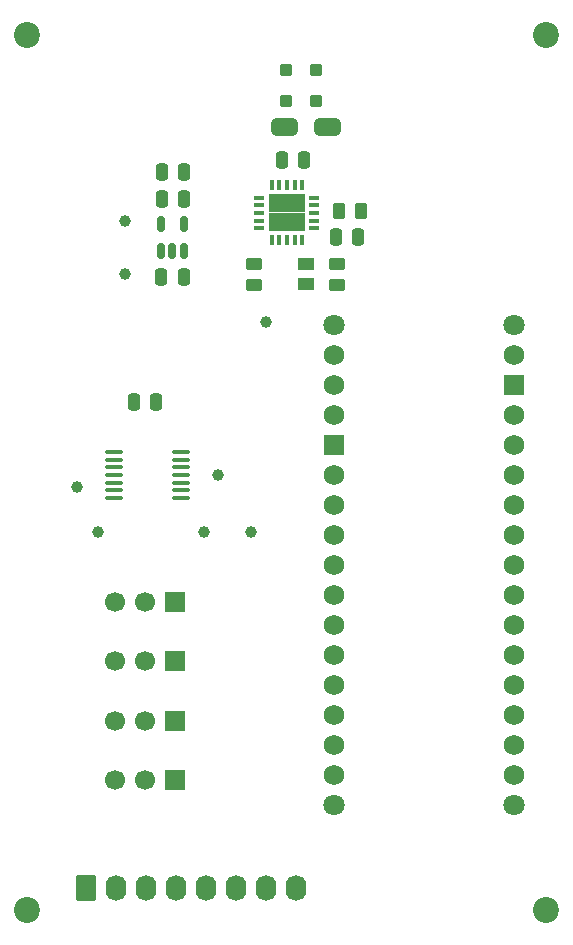
<source format=gbr>
%TF.GenerationSoftware,KiCad,Pcbnew,9.0.5*%
%TF.CreationDate,2025-10-13T11:36:34+02:00*%
%TF.ProjectId,MAX31865,4d415833-3138-4363-952e-6b696361645f,rev?*%
%TF.SameCoordinates,Original*%
%TF.FileFunction,Soldermask,Top*%
%TF.FilePolarity,Negative*%
%FSLAX46Y46*%
G04 Gerber Fmt 4.6, Leading zero omitted, Abs format (unit mm)*
G04 Created by KiCad (PCBNEW 9.0.5) date 2025-10-13 11:36:34*
%MOMM*%
%LPD*%
G01*
G04 APERTURE LIST*
G04 Aperture macros list*
%AMRoundRect*
0 Rectangle with rounded corners*
0 $1 Rounding radius*
0 $2 $3 $4 $5 $6 $7 $8 $9 X,Y pos of 4 corners*
0 Add a 4 corners polygon primitive as box body*
4,1,4,$2,$3,$4,$5,$6,$7,$8,$9,$2,$3,0*
0 Add four circle primitives for the rounded corners*
1,1,$1+$1,$2,$3*
1,1,$1+$1,$4,$5*
1,1,$1+$1,$6,$7*
1,1,$1+$1,$8,$9*
0 Add four rect primitives between the rounded corners*
20,1,$1+$1,$2,$3,$4,$5,0*
20,1,$1+$1,$4,$5,$6,$7,0*
20,1,$1+$1,$6,$7,$8,$9,0*
20,1,$1+$1,$8,$9,$2,$3,0*%
%AMFreePoly0*
4,1,23,0.500000,-0.750000,0.000000,-0.750000,0.000000,-0.745722,-0.065263,-0.745722,-0.191342,-0.711940,-0.304381,-0.646677,-0.396677,-0.554381,-0.461940,-0.441342,-0.495722,-0.315263,-0.495722,-0.250000,-0.500000,-0.250000,-0.500000,0.250000,-0.495722,0.250000,-0.495722,0.315263,-0.461940,0.441342,-0.396677,0.554381,-0.304381,0.646677,-0.191342,0.711940,-0.065263,0.745722,0.000000,0.745722,
0.000000,0.750000,0.500000,0.750000,0.500000,-0.750000,0.500000,-0.750000,$1*%
%AMFreePoly1*
4,1,23,0.000000,0.745722,0.065263,0.745722,0.191342,0.711940,0.304381,0.646677,0.396677,0.554381,0.461940,0.441342,0.495722,0.315263,0.495722,0.250000,0.500000,0.250000,0.500000,-0.250000,0.495722,-0.250000,0.495722,-0.315263,0.461940,-0.441342,0.396677,-0.554381,0.304381,-0.646677,0.191342,-0.711940,0.065263,-0.745722,0.000000,-0.745722,0.000000,-0.750000,-0.500000,-0.750000,
-0.500000,0.750000,0.000000,0.750000,0.000000,0.745722,0.000000,0.745722,$1*%
G04 Aperture macros list end*
%ADD10C,2.200000*%
%ADD11RoundRect,0.150000X-0.350000X-0.349999X0.350000X-0.349999X0.350000X0.349999X-0.350000X0.349999X0*%
%ADD12C,1.000000*%
%ADD13RoundRect,0.250000X-0.250000X-0.475000X0.250000X-0.475000X0.250000X0.475000X-0.250000X0.475000X0*%
%ADD14R,1.700000X1.700000*%
%ADD15C,1.700000*%
%ADD16RoundRect,0.100000X-0.637500X-0.100000X0.637500X-0.100000X0.637500X0.100000X-0.637500X0.100000X0*%
%ADD17R,1.450000X1.113000*%
%ADD18RoundRect,0.250000X-0.620000X-0.845000X0.620000X-0.845000X0.620000X0.845000X-0.620000X0.845000X0*%
%ADD19O,1.740000X2.190000*%
%ADD20RoundRect,0.250000X-0.450000X0.262500X-0.450000X-0.262500X0.450000X-0.262500X0.450000X0.262500X0*%
%ADD21RoundRect,0.250000X0.262500X0.450000X-0.262500X0.450000X-0.262500X-0.450000X0.262500X-0.450000X0*%
%ADD22R,0.861800X0.331800*%
%ADD23R,0.331800X0.861800*%
%ADD24R,1.600000X1.600000*%
%ADD25RoundRect,0.250000X0.250000X0.475000X-0.250000X0.475000X-0.250000X-0.475000X0.250000X-0.475000X0*%
%ADD26RoundRect,0.250000X0.450000X-0.262500X0.450000X0.262500X-0.450000X0.262500X-0.450000X-0.262500X0*%
%ADD27FreePoly0,0.000000*%
%ADD28FreePoly1,0.000000*%
%ADD29C,1.800000*%
%ADD30C,1.727200*%
%ADD31R,1.727200X1.727200*%
%ADD32RoundRect,0.150000X0.150000X-0.512500X0.150000X0.512500X-0.150000X0.512500X-0.150000X-0.512500X0*%
G04 APERTURE END LIST*
%TO.C,JP3*%
G36*
X124690000Y-79970000D02*
G01*
X124990000Y-79970000D01*
X124990000Y-81470000D01*
X124690000Y-81470000D01*
X124690000Y-79970000D01*
G37*
%TO.C,JP2*%
G36*
X128340000Y-79970000D02*
G01*
X128640000Y-79970000D01*
X128640000Y-81470000D01*
X128340000Y-81470000D01*
X128340000Y-79970000D01*
G37*
%TD*%
D10*
%TO.C,U$19*%
X147000000Y-73000000D03*
%TD*%
D11*
%TO.C,J1*%
X124940000Y-75920000D03*
X127540000Y-75920000D03*
X124940000Y-78520000D03*
X127540000Y-78520000D03*
%TD*%
D12*
%TO.C,TP6*%
X118000000Y-115000000D03*
%TD*%
D13*
%TO.C,C1*%
X114463100Y-84587100D03*
X116363100Y-84587100D03*
%TD*%
D12*
%TO.C,TP2*%
X111340000Y-93220000D03*
%TD*%
%TO.C,TP8*%
X122000000Y-115000000D03*
%TD*%
D14*
%TO.C,JP7*%
X115540000Y-121000000D03*
D15*
X113000000Y-121000000D03*
X110460000Y-121000000D03*
%TD*%
D14*
%TO.C,JP6*%
X115540000Y-126000000D03*
D15*
X113000000Y-126000000D03*
X110460000Y-126000000D03*
%TD*%
D10*
%TO.C,U$2*%
X103000000Y-147000000D03*
%TD*%
D12*
%TO.C,TP5*%
X107240000Y-111220000D03*
%TD*%
D16*
%TO.C,U3*%
X110377500Y-108270000D03*
X110377500Y-108920000D03*
X110377500Y-109570000D03*
X110377500Y-110220000D03*
X110377500Y-110870000D03*
X110377500Y-111520000D03*
X110377500Y-112170000D03*
X116102500Y-112170000D03*
X116102500Y-111520000D03*
X116102500Y-110870000D03*
X116102500Y-110220000D03*
X116102500Y-109570000D03*
X116102500Y-108920000D03*
X116102500Y-108270000D03*
%TD*%
D17*
%TO.C,FB1*%
X126691000Y-92384000D03*
X126691000Y-94070000D03*
%TD*%
D14*
%TO.C,JP5*%
X115540000Y-131000000D03*
D15*
X113000000Y-131000000D03*
X110460000Y-131000000D03*
%TD*%
D18*
%TO.C,J3*%
X108040000Y-145220000D03*
D19*
X110580000Y-145220000D03*
X113120000Y-145220000D03*
X115660000Y-145220000D03*
X118200000Y-145220000D03*
X120740000Y-145220000D03*
X123280000Y-145220000D03*
X125820000Y-145220000D03*
%TD*%
D10*
%TO.C,U$18*%
X103000000Y-73000000D03*
%TD*%
D12*
%TO.C,TP3*%
X119240000Y-110220000D03*
%TD*%
D20*
%TO.C,R2*%
X129240000Y-92307500D03*
X129240000Y-94132500D03*
%TD*%
D10*
%TO.C,U$1*%
X147000000Y-147000000D03*
%TD*%
D12*
%TO.C,TP1*%
X111340000Y-88720000D03*
%TD*%
D21*
%TO.C,R1*%
X131286500Y-87893000D03*
X129461500Y-87893000D03*
%TD*%
D22*
%TO.C,U1*%
X127365000Y-89320000D03*
X127365000Y-88670000D03*
X127365000Y-88020000D03*
X127365000Y-87370000D03*
X127365000Y-86720000D03*
D23*
X126340000Y-85695000D03*
X125690000Y-85695000D03*
X125040000Y-85695000D03*
X124390000Y-85695000D03*
X123740000Y-85695000D03*
D22*
X122715000Y-86720000D03*
X122715000Y-87370000D03*
X122715000Y-88020000D03*
X122715000Y-88670000D03*
X122715000Y-89320000D03*
D23*
X123740000Y-90345000D03*
X124390000Y-90345000D03*
X125040000Y-90345000D03*
X125690000Y-90345000D03*
X126340000Y-90345000D03*
D24*
X124240000Y-88820000D03*
X125840000Y-88820000D03*
X124240000Y-87220000D03*
X125840000Y-87220000D03*
%TD*%
D12*
%TO.C,TP4*%
X109000000Y-115000000D03*
%TD*%
D14*
%TO.C,JP4*%
X115540000Y-136000000D03*
D15*
X113000000Y-136000000D03*
X110460000Y-136000000D03*
%TD*%
D25*
%TO.C,C6*%
X113950000Y-104000000D03*
X112050000Y-104000000D03*
%TD*%
D13*
%TO.C,C5*%
X114463100Y-86873100D03*
X116363100Y-86873100D03*
%TD*%
D26*
%TO.C,R8*%
X122240000Y-94132500D03*
X122240000Y-92307500D03*
%TD*%
D27*
%TO.C,JP3*%
X124190000Y-80720000D03*
D28*
X125490000Y-80720000D03*
%TD*%
D29*
%TO.C,A1*%
X129000000Y-138160000D03*
X144240000Y-97520000D03*
X144240000Y-138160000D03*
X129000000Y-97520000D03*
D30*
X144240000Y-133080000D03*
X144240000Y-107680000D03*
X144240000Y-128000000D03*
X144240000Y-125460000D03*
X144240000Y-122920000D03*
X144240000Y-120380000D03*
X144240000Y-117840000D03*
X144240000Y-115300000D03*
X144240000Y-112760000D03*
X144240000Y-110220000D03*
X144240000Y-130540000D03*
X129000000Y-102600000D03*
X129000000Y-100060000D03*
X129000000Y-110220000D03*
X129000000Y-112760000D03*
X129000000Y-115300000D03*
X129000000Y-117840000D03*
X129000000Y-120380000D03*
X129000000Y-122920000D03*
X129000000Y-125460000D03*
X129000000Y-128000000D03*
X129000000Y-130540000D03*
X129000000Y-133080000D03*
X129000000Y-135620000D03*
X144240000Y-135620000D03*
D31*
X129000000Y-107680000D03*
X144240000Y-102600000D03*
D30*
X129000000Y-105140000D03*
X144240000Y-105140000D03*
X144240000Y-100060000D03*
%TD*%
D12*
%TO.C,TP7*%
X123240000Y-97220000D03*
%TD*%
D32*
%TO.C,U2*%
X114390000Y-91220000D03*
X115340000Y-91220000D03*
X116290000Y-91220000D03*
X116290000Y-88945000D03*
X114390000Y-88945000D03*
%TD*%
D13*
%TO.C,C2*%
X129170000Y-90052000D03*
X131070000Y-90052000D03*
%TD*%
D27*
%TO.C,JP2*%
X127840000Y-80720000D03*
D28*
X129140000Y-80720000D03*
%TD*%
D13*
%TO.C,C4*%
X114390000Y-93462500D03*
X116290000Y-93462500D03*
%TD*%
D25*
%TO.C,C3*%
X126498000Y-83575000D03*
X124598000Y-83575000D03*
%TD*%
M02*

</source>
